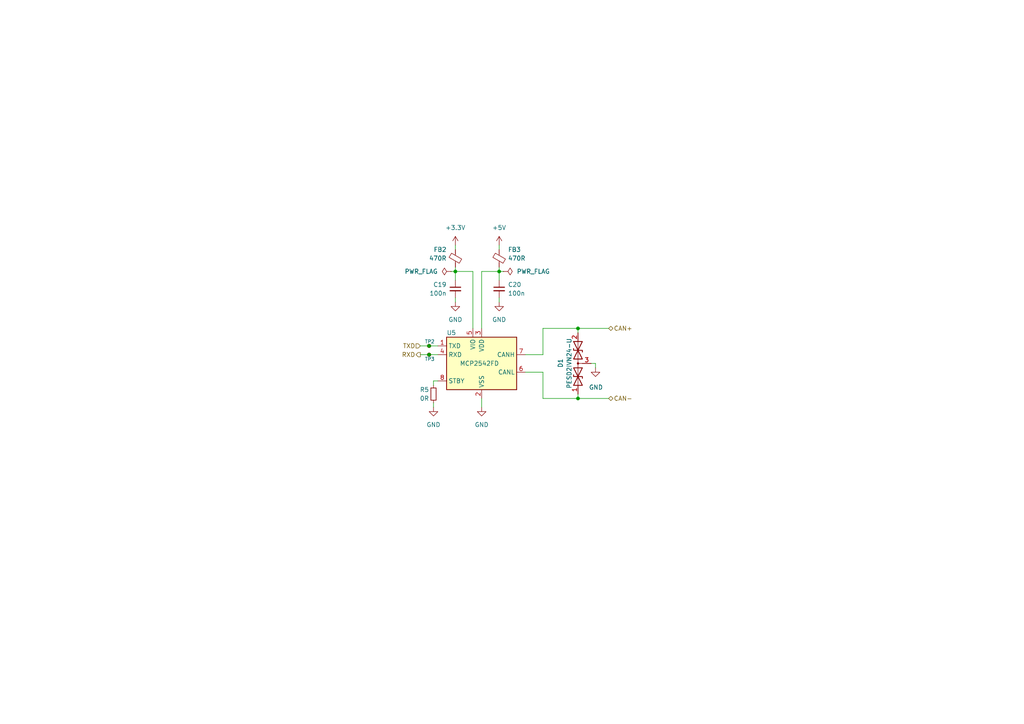
<source format=kicad_sch>
(kicad_sch (version 20231120) (generator "eeschema") (generator_version "8.0")
  (paper "A4")
  (lib_symbols
    (symbol "Connector:TestPoint_Small" (pin_numbers hide) (pin_names (offset 0.762) hide)
      (property "Reference" "TP" (at 0 3.81 0))
      (property "Value" "TestPoint_Small" (at 0 2.032 0))
      (symbol "TestPoint_Small_0_1"
        (circle (center 0 0) (radius 0.508))
      )
      (symbol "TestPoint_Small_1_1"
        (pin passive line (at 0 0 90) (length 0) (name "1") (number "1"))
      )
    )
    (symbol "Device:C_Small" (pin_numbers hide) (pin_names (offset 0.254) hide)
      (property "Reference" "C" (at 0.254 1.778 0))
      (property "Value" "C_Small" (at 0.254 -2.032 0))
      (symbol "C_Small_0_1"
        (polyline (pts (xy -1.524 -0.508) (xy 1.524 -0.508)) (stroke (width 0.3302)))
        (polyline (pts (xy -1.524 0.508) (xy 1.524 0.508)) (stroke (width 0.3048)))
      )
      (symbol "C_Small_1_1"
        (pin passive line (at 0 2.54 270) (length 2.032) (name "~") (number "1"))
        (pin passive line (at 0 -2.54 90) (length 2.032) (name "~") (number "2"))
      )
    )
    (symbol "Device:D_TVS_Dual_AAC" (pin_names (offset 1.016) hide)
      (property "Reference" "D" (at 0 4.445 0))
      (property "Value" "D_TVS_Dual_AAC" (at 0 2.54 0))
      (symbol "D_TVS_Dual_AAC_0_0"
        (polyline (pts (xy 0 -1.27) (xy 0 0)))
      )
      (symbol "D_TVS_Dual_AAC_0_1"
        (polyline (pts (xy -6.35 0) (xy 6.35 0)))
        (polyline (pts (xy -3.302 1.27) (xy -3.81 1.27) (xy -3.81 -1.27) (xy -4.318 -1.27)) (stroke (width 0.254)))
        (polyline (pts (xy 4.318 1.27) (xy 3.81 1.27) (xy 3.81 -1.27) (xy 3.302 -1.27)) (stroke (width 0.254)))
        (polyline (pts (xy -6.35 1.27) (xy -1.27 -1.27) (xy -1.27 1.27) (xy -6.35 -1.27) (xy -6.35 1.27)) (stroke (width 0.254)))
        (polyline (pts (xy 6.35 1.27) (xy 1.27 -1.27) (xy 1.27 1.27) (xy 6.35 -1.27) (xy 6.35 1.27)) (stroke (width 0.254)))
        (circle (center 0 0) (radius 0.254) (fill (type outline)))
      )
      (symbol "D_TVS_Dual_AAC_1_1"
        (pin passive line (at -8.89 0 0) (length 2.54) (name "A1") (number "1"))
        (pin passive line (at 8.89 0 180) (length 2.54) (name "A2") (number "2"))
        (pin passive line (at 0 -3.81 90) (length 2.54) (name "common") (number "3"))
      )
    )
    (symbol "Device:FerriteBead_Small" (pin_numbers hide) (pin_names (offset 0))
      (property "Reference" "FB" (at 1.905 1.27 0))
      (property "Value" "FerriteBead_Small" (at 1.905 -1.27 0))
      (symbol "FerriteBead_Small_0_1"
        (polyline (pts (xy 0 -1.27) (xy 0 -0.7874)))
        (polyline (pts (xy 0 0.889) (xy 0 1.2954)))
        (polyline (pts (xy -1.8288 0.2794) (xy -1.1176 1.4986) (xy 1.8288 -0.2032) (xy 1.1176 -1.4224) (xy -1.8288 0.2794)))
      )
      (symbol "FerriteBead_Small_1_1"
        (pin passive line (at 0 2.54 270) (length 1.27) (name "~") (number "1"))
        (pin passive line (at 0 -2.54 90) (length 1.27) (name "~") (number "2"))
      )
    )
    (symbol "Device:R_Small" (pin_numbers hide) (pin_names (offset 0.254) hide)
      (property "Reference" "R" (at 0.762 0.508 0))
      (property "Value" "R_Small" (at 0.762 -1.016 0))
      (symbol "R_Small_0_1"
        (rectangle (start -0.762 1.778) (end 0.762 -1.778) (stroke (width 0.2032)))
      )
      (symbol "R_Small_1_1"
        (pin passive line (at 0 2.54 270) (length 0.762) (name "~") (number "1"))
        (pin passive line (at 0 -2.54 90) (length 0.762) (name "~") (number "2"))
      )
    )
    (symbol "Interface_CAN_LIN:MCP2542FDxMF"
      (property "Reference" "U" (at -10.16 8.89 0))
      (property "Value" "MCP2542FDxMF" (at 2.54 8.89 0))
      (symbol "MCP2542FDxMF_0_1"
        (rectangle (start -10.16 7.62) (end 10.16 -7.62) (stroke (width 0.254)) (fill (type background)))
      )
      (symbol "MCP2542FDxMF_1_1"
        (pin input line (at -12.7 5.08 0) (length 2.54) (name "TXD") (number "1"))
        (pin power_in line (at 0 -10.16 90) (length 2.54) (name "VSS") (number "2"))
        (pin power_in line (at 0 10.16 270) (length 2.54) (name "VDD") (number "3"))
        (pin output line (at -12.7 2.54 0) (length 2.54) (name "RXD") (number "4"))
        (pin power_in line (at -2.54 10.16 270) (length 2.54) (name "VIO") (number "5"))
        (pin bidirectional line (at 12.7 -2.54 180) (length 2.54) (name "CANL") (number "6"))
        (pin bidirectional line (at 12.7 2.54 180) (length 2.54) (name "CANH") (number "7"))
        (pin input line (at -12.7 -5.08 0) (length 2.54) (name "STBY") (number "8"))
        (pin passive line (at 0 -10.16 90) (length 2.54) hide (name "VSS") (number "9"))
      )
    )
    (symbol "power:+3.3V" (power) (pin_names (offset 0))
      (property "Value" "+3.3V" (at 0 3.556 0))
      (symbol "+3.3V_0_1"
        (polyline (pts (xy -0.762 1.27) (xy 0 2.54)))
        (polyline (pts (xy 0 0) (xy 0 2.54)))
        (polyline (pts (xy 0 2.54) (xy 0.762 1.27)))
      )
      (symbol "+3.3V_1_1"
        (pin power_in line (at 0 0 90) (length 0) hide (name "+3.3V") (number "1"))
      )
    )
    (symbol "power:+5V" (power) (pin_names (offset 0))
      (property "Value" "+5V" (at 0 3.556 0))
      (symbol "+5V_0_1"
        (polyline (pts (xy -0.762 1.27) (xy 0 2.54)))
        (polyline (pts (xy 0 0) (xy 0 2.54)))
        (polyline (pts (xy 0 2.54) (xy 0.762 1.27)))
      )
      (symbol "+5V_1_1"
        (pin power_in line (at 0 0 90) (length 0) hide (name "+5V") (number "1"))
      )
    )
    (symbol "power:GND" (power) (pin_names (offset 0))
      (property "Value" "GND" (at 0 -3.81 0))
      (symbol "GND_0_1"
        (polyline (pts (xy 0 0) (xy 0 -1.27) (xy 1.27 -1.27) (xy 0 -2.54) (xy -1.27 -1.27) (xy 0 -1.27)))
      )
      (symbol "GND_1_1"
        (pin power_in line (at 0 0 270) (length 0) hide (name "GND") (number "1"))
      )
    )
    (symbol "power:PWR_FLAG" (power) (pin_numbers hide) (pin_names (offset 0) hide)
      (property "Value" "PWR_FLAG" (at 0 3.81 0))
      (symbol "PWR_FLAG_0_0"
        (pin power_out line (at 0 0 90) (length 0) (name "pwr") (number "1"))
      )
      (symbol "PWR_FLAG_0_1"
        (polyline (pts (xy 0 0) (xy 0 1.27) (xy -1.016 1.905) (xy 0 2.54) (xy 1.016 1.905) (xy 0 1.27)))
      )
    )
  )
  (junction (at 124.46 102.87))
  (junction (at 124.46 100.33))
  (junction (at 132.08 78.74))
  (junction (at 144.78 78.74))
  (junction (at 167.64 115.57))
  (junction (at 167.64 95.25))
  (wire (pts (xy 139.7 78.74) (xy 139.7 95.25)))
  (wire (pts (xy 144.78 71.12) (xy 144.78 72.39)))
  (wire (pts (xy 157.48 102.87) (xy 157.48 95.25)))
  (wire (pts (xy 124.46 102.87) (xy 127 102.87)))
  (wire (pts (xy 125.73 118.11) (xy 125.73 116.84)))
  (wire (pts (xy 125.73 110.49) (xy 127 110.49)))
  (wire (pts (xy 137.16 78.74) (xy 137.16 95.25)))
  (wire (pts (xy 139.7 78.74) (xy 144.78 78.74)))
  (wire (pts (xy 132.08 77.47) (xy 132.08 78.74)))
  (wire (pts (xy 139.7 115.57) (xy 139.7 118.11)))
  (wire (pts (xy 167.64 114.3) (xy 167.64 115.57)))
  (wire (pts (xy 152.4 102.87) (xy 157.48 102.87)))
  (wire (pts (xy 172.72 106.68) (xy 172.72 105.41)))
  (wire (pts (xy 167.64 95.25) (xy 176.53 95.25)))
  (wire (pts (xy 132.08 78.74) (xy 137.16 78.74)))
  (wire (pts (xy 157.48 95.25) (xy 167.64 95.25)))
  (wire (pts (xy 125.73 111.76) (xy 125.73 110.49)))
  (wire (pts (xy 124.46 100.33) (xy 127 100.33)))
  (wire (pts (xy 144.78 77.47) (xy 144.78 78.74)))
  (wire (pts (xy 121.92 100.33) (xy 124.46 100.33)))
  (wire (pts (xy 167.64 115.57) (xy 176.53 115.57)))
  (wire (pts (xy 171.45 105.41) (xy 172.72 105.41)))
  (wire (pts (xy 144.78 81.28) (xy 144.78 78.74)))
  (wire (pts (xy 157.48 107.95) (xy 157.48 115.57)))
  (wire (pts (xy 167.64 95.25) (xy 167.64 96.52)))
  (wire (pts (xy 146.05 78.74) (xy 144.78 78.74)))
  (wire (pts (xy 152.4 107.95) (xy 157.48 107.95)))
  (wire (pts (xy 132.08 81.28) (xy 132.08 78.74)))
  (wire (pts (xy 144.78 87.63) (xy 144.78 86.36)))
  (wire (pts (xy 132.08 87.63) (xy 132.08 86.36)))
  (wire (pts (xy 130.81 78.74) (xy 132.08 78.74)))
  (wire (pts (xy 121.92 102.87) (xy 124.46 102.87)))
  (wire (pts (xy 157.48 115.57) (xy 167.64 115.57)))
  (wire (pts (xy 132.08 71.12) (xy 132.08 72.39)))
  (hierarchical_label "CAN-" (shape bidirectional) (at 176.53 115.57 0))
  (hierarchical_label "CAN+" (shape bidirectional) (at 176.53 95.25 0))
  (hierarchical_label "TXD" (shape input) (at 121.92 100.33 180))
  (hierarchical_label "RXD" (shape output) (at 121.92 102.87 180))
  (symbol (lib_id "Device:C_Small") (at 144.78 83.82 0) (unit 1)
    (property "Reference" "C20" (at 147.32 82.55 0) (effects (justify left)))
    (property "Value" "100n" (at 147.32 85.09 0) (effects (justify left)))
    (property "Footprint" "Capacitor_SMD:C_0603_1608Metric" (effects (hide yes)))
  )
  (symbol (lib_id "power:GND") (at 132.08 87.63 0) (unit 1)
    (property "Reference" "#PWR020" (effects (hide yes)))
    (property "Value" "GND" (at 132.08 92.71 0))
  )
  (symbol (lib_id "Device:D_TVS_Dual_AAC") (at 167.64 105.41 90) (unit 1)
    (property "Reference" "D1" (at 162.56 106.68 0) (effects (justify left)))
    (property "Value" "PESD2IVN24-U" (at 165.1 105.41 0))
    (property "Footprint" "Package_TO_SOT_SMD:SOT-323_SC-70" (effects (hide yes)))
  )
  (symbol (lib_id "Connector:TestPoint_Small") (at 124.46 102.87 0) (mirror x) (unit 1)
    (property "Reference" "TP3" (at 123.19 104.14 0) (effects (font (size 1 1)) (justify left)))
    (property "Value" "TestPoint_Small" (effects (hide yes)))
    (property "Footprint" "TestPoint:TestPoint_Pad_D1.0mm" (effects (hide yes)))
  )
  (symbol (lib_id "power:GND") (at 125.73 118.11 0) (unit 1)
    (property "Reference" "#PWR018" (effects (hide yes)))
    (property "Value" "GND" (at 125.73 123.19 0))
  )
  (symbol (lib_id "power:GND") (at 144.78 87.63 0) (unit 1)
    (property "Reference" "#PWR023" (effects (hide yes)))
    (property "Value" "GND" (at 144.78 92.71 0))
  )
  (symbol (lib_id "Device:FerriteBead_Small") (at 132.08 74.93 0) (unit 1)
    (property "Reference" "FB2" (at 129.54 72.39 0) (effects (justify right)))
    (property "Value" "470R" (at 129.54 74.93 0) (effects (justify right)))
    (property "Footprint" "Inductor_SMD:L_0603_1608Metric" (effects (hide yes)))
  )
  (symbol (lib_id "Device:C_Small") (at 132.08 83.82 0) (mirror y) (unit 1)
    (property "Reference" "C19" (at 129.54 82.55 0) (effects (justify left)))
    (property "Value" "100n" (at 129.54 85.09 0) (effects (justify left)))
    (property "Footprint" "Capacitor_SMD:C_0603_1608Metric" (effects (hide yes)))
  )
  (symbol (lib_id "power:GND") (at 139.7 118.11 0) (unit 1)
    (property "Reference" "#PWR021" (effects (hide yes)))
    (property "Value" "GND" (at 139.7 123.19 0))
  )
  (symbol (lib_id "Interface_CAN_LIN:MCP2542FDxMF") (at 139.7 105.41 0) (unit 1)
    (property "Reference" "U5" (at 129.54 96.52 0) (effects (justify left)))
    (property "Value" "MCP2542FD" (at 133.35 105.41 0) (effects (justify left)))
    (property "Footprint" "Package_DFN_QFN:DFN-8-1EP_3x3mm_P0.65mm_EP1.55x2.4mm" (effects (hide yes)))
    (property "Datasheet" "http://ww1.microchip.com/downloads/en/DeviceDoc/MCP2542FD-4FD-MCP2542WFD-4WFD-Data-Sheet20005514B.pdf" (effects (hide yes)))
  )
  (symbol (lib_id "power:PWR_FLAG") (at 130.81 78.74 90) (unit 1)
    (property "Reference" "#FLG06" (effects (hide yes)))
    (property "Value" "PWR_FLAG" (at 127 78.74 90) (effects (justify left)))
  )
  (symbol (lib_id "power:GND") (at 172.72 106.68 0) (unit 1)
    (property "Reference" "#U01" (effects (hide yes)))
    (property "Value" "GND" (at 172.847 112.3442 0))
    (instances (project "SteeringWheel" (path "" (reference "#U01") (unit 1))) (project "suspension_tension_meter" (path "" (reference "#U?") (unit 1))))
  )
  (symbol (lib_id "Connector:TestPoint_Small") (at 124.46 100.33 0) (unit 1)
    (property "Reference" "TP2" (at 123.19 99.06 0) (effects (font (size 1 1)) (justify left)))
    (property "Value" "TestPoint_Small" (effects (hide yes)))
    (property "Footprint" "TestPoint:TestPoint_Pad_D1.0mm" (effects (hide yes)))
  )
  (symbol (lib_id "power:PWR_FLAG") (at 146.05 78.74 270) (unit 1)
    (property "Reference" "#FLG07" (effects (hide yes)))
    (property "Value" "PWR_FLAG" (at 149.86 78.74 90) (effects (justify left)))
  )
  (symbol (lib_id "power:+5V") (at 144.78 71.12 0) (unit 1)
    (property "Reference" "#PWR022" (effects (hide yes)))
    (property "Value" "+5V" (at 144.78 66.04 0))
  )
  (symbol (lib_id "Device:FerriteBead_Small") (at 144.78 74.93 0) (unit 1)
    (property "Reference" "FB3" (at 147.32 72.39 0) (effects (justify left)))
    (property "Value" "470R" (at 147.32 74.93 0) (effects (justify left)))
    (property "Footprint" "Inductor_SMD:L_0603_1608Metric" (effects (hide yes)))
  )
  (symbol (lib_id "power:+3.3V") (at 132.08 71.12 0) (unit 1)
    (property "Reference" "#PWR019" (effects (hide yes)))
    (property "Value" "+3.3V" (at 132.08 66.04 0))
  )
  (symbol (lib_id "Device:R_Small") (at 125.73 114.3 0) (mirror x) (unit 1)
    (property "Reference" "R5" (at 124.46 113.03 0) (effects (justify right)))
    (property "Value" "0R" (at 124.46 115.57 0) (effects (justify right)))
    (property "Footprint" "Resistor_SMD:R_0603_1608Metric" (effects (hide yes)))
    (instances (project "SteeringWheel" (path "" (reference "R5") (unit 1))) (project "apps" (path "" (reference "R?") (unit 1))))
  )
)
</source>
